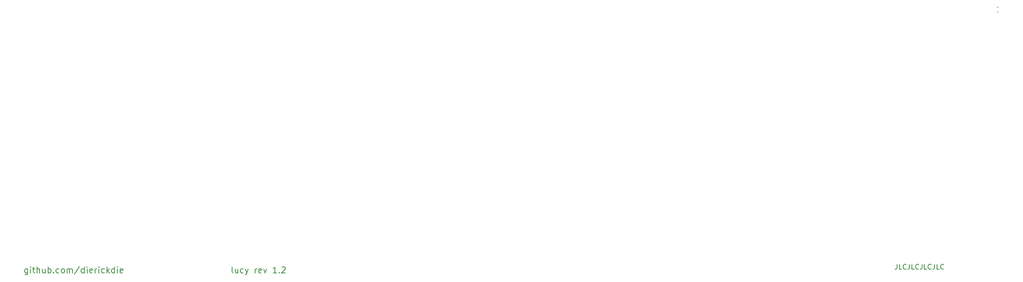
<source format=gbr>
G04 #@! TF.GenerationSoftware,KiCad,Pcbnew,(5.1.4-0)*
G04 #@! TF.CreationDate,2021-10-24T16:02:16-05:00*
G04 #@! TF.ProjectId,bottom_plate,626f7474-6f6d-45f7-906c-6174652e6b69,rev?*
G04 #@! TF.SameCoordinates,Original*
G04 #@! TF.FileFunction,Legend,Top*
G04 #@! TF.FilePolarity,Positive*
%FSLAX46Y46*%
G04 Gerber Fmt 4.6, Leading zero omitted, Abs format (unit mm)*
G04 Created by KiCad (PCBNEW (5.1.4-0)) date 2021-10-24 16:02:16*
%MOMM*%
%LPD*%
G04 APERTURE LIST*
%ADD10C,0.150000*%
%ADD11C,0.200000*%
%ADD12C,0.120000*%
G04 APERTURE END LIST*
D10*
X368073034Y-111954084D02*
X368073034Y-112668370D01*
X368025415Y-112811227D01*
X367930177Y-112906465D01*
X367787320Y-112954084D01*
X367692082Y-112954084D01*
X369025415Y-112954084D02*
X368549224Y-112954084D01*
X368549224Y-111954084D01*
X369930177Y-112858846D02*
X369882558Y-112906465D01*
X369739701Y-112954084D01*
X369644462Y-112954084D01*
X369501605Y-112906465D01*
X369406367Y-112811227D01*
X369358748Y-112715989D01*
X369311129Y-112525513D01*
X369311129Y-112382656D01*
X369358748Y-112192180D01*
X369406367Y-112096942D01*
X369501605Y-112001704D01*
X369644462Y-111954084D01*
X369739701Y-111954084D01*
X369882558Y-112001704D01*
X369930177Y-112049323D01*
X370644462Y-111954084D02*
X370644462Y-112668370D01*
X370596843Y-112811227D01*
X370501605Y-112906465D01*
X370358748Y-112954084D01*
X370263510Y-112954084D01*
X371596843Y-112954084D02*
X371120653Y-112954084D01*
X371120653Y-111954084D01*
X372501605Y-112858846D02*
X372453986Y-112906465D01*
X372311129Y-112954084D01*
X372215891Y-112954084D01*
X372073034Y-112906465D01*
X371977796Y-112811227D01*
X371930177Y-112715989D01*
X371882558Y-112525513D01*
X371882558Y-112382656D01*
X371930177Y-112192180D01*
X371977796Y-112096942D01*
X372073034Y-112001704D01*
X372215891Y-111954084D01*
X372311129Y-111954084D01*
X372453986Y-112001704D01*
X372501605Y-112049323D01*
X373215891Y-111954084D02*
X373215891Y-112668370D01*
X373168272Y-112811227D01*
X373073034Y-112906465D01*
X372930177Y-112954084D01*
X372834939Y-112954084D01*
X374168272Y-112954084D02*
X373692082Y-112954084D01*
X373692082Y-111954084D01*
X375073034Y-112858846D02*
X375025415Y-112906465D01*
X374882558Y-112954084D01*
X374787320Y-112954084D01*
X374644462Y-112906465D01*
X374549224Y-112811227D01*
X374501605Y-112715989D01*
X374453986Y-112525513D01*
X374453986Y-112382656D01*
X374501605Y-112192180D01*
X374549224Y-112096942D01*
X374644462Y-112001704D01*
X374787320Y-111954084D01*
X374882558Y-111954084D01*
X375025415Y-112001704D01*
X375073034Y-112049323D01*
X375787320Y-111954084D02*
X375787320Y-112668370D01*
X375739701Y-112811227D01*
X375644462Y-112906465D01*
X375501605Y-112954084D01*
X375406367Y-112954084D01*
X376739701Y-112954084D02*
X376263510Y-112954084D01*
X376263510Y-111954084D01*
X377644462Y-112858846D02*
X377596843Y-112906465D01*
X377453986Y-112954084D01*
X377358748Y-112954084D01*
X377215891Y-112906465D01*
X377120653Y-112811227D01*
X377073034Y-112715989D01*
X377025415Y-112525513D01*
X377025415Y-112382656D01*
X377073034Y-112192180D01*
X377120653Y-112096942D01*
X377215891Y-112001704D01*
X377358748Y-111954084D01*
X377453986Y-111954084D01*
X377596843Y-112001704D01*
X377644462Y-112049323D01*
D11*
X189208200Y-112868218D02*
X189208200Y-113880123D01*
X189148676Y-113999171D01*
X189089152Y-114058695D01*
X188970105Y-114118218D01*
X188791533Y-114118218D01*
X188672486Y-114058695D01*
X189208200Y-113642028D02*
X189089152Y-113701552D01*
X188851057Y-113701552D01*
X188732009Y-113642028D01*
X188672486Y-113582504D01*
X188612962Y-113463456D01*
X188612962Y-113106314D01*
X188672486Y-112987266D01*
X188732009Y-112927742D01*
X188851057Y-112868218D01*
X189089152Y-112868218D01*
X189208200Y-112927742D01*
X189803438Y-113701552D02*
X189803438Y-112868218D01*
X189803438Y-112451552D02*
X189743914Y-112511076D01*
X189803438Y-112570599D01*
X189862962Y-112511076D01*
X189803438Y-112451552D01*
X189803438Y-112570599D01*
X190220105Y-112868218D02*
X190696295Y-112868218D01*
X190398676Y-112451552D02*
X190398676Y-113522980D01*
X190458200Y-113642028D01*
X190577248Y-113701552D01*
X190696295Y-113701552D01*
X191112962Y-113701552D02*
X191112962Y-112451552D01*
X191648676Y-113701552D02*
X191648676Y-113046790D01*
X191589152Y-112927742D01*
X191470105Y-112868218D01*
X191291533Y-112868218D01*
X191172486Y-112927742D01*
X191112962Y-112987266D01*
X192779628Y-112868218D02*
X192779628Y-113701552D01*
X192243914Y-112868218D02*
X192243914Y-113522980D01*
X192303438Y-113642028D01*
X192422486Y-113701552D01*
X192601057Y-113701552D01*
X192720105Y-113642028D01*
X192779628Y-113582504D01*
X193374867Y-113701552D02*
X193374867Y-112451552D01*
X193374867Y-112927742D02*
X193493914Y-112868218D01*
X193732009Y-112868218D01*
X193851057Y-112927742D01*
X193910581Y-112987266D01*
X193970105Y-113106314D01*
X193970105Y-113463456D01*
X193910581Y-113582504D01*
X193851057Y-113642028D01*
X193732009Y-113701552D01*
X193493914Y-113701552D01*
X193374867Y-113642028D01*
X194505819Y-113582504D02*
X194565343Y-113642028D01*
X194505819Y-113701552D01*
X194446295Y-113642028D01*
X194505819Y-113582504D01*
X194505819Y-113701552D01*
X195636771Y-113642028D02*
X195517724Y-113701552D01*
X195279628Y-113701552D01*
X195160581Y-113642028D01*
X195101057Y-113582504D01*
X195041533Y-113463456D01*
X195041533Y-113106314D01*
X195101057Y-112987266D01*
X195160581Y-112927742D01*
X195279628Y-112868218D01*
X195517724Y-112868218D01*
X195636771Y-112927742D01*
X196351057Y-113701552D02*
X196232009Y-113642028D01*
X196172486Y-113582504D01*
X196112962Y-113463456D01*
X196112962Y-113106314D01*
X196172486Y-112987266D01*
X196232009Y-112927742D01*
X196351057Y-112868218D01*
X196529628Y-112868218D01*
X196648676Y-112927742D01*
X196708200Y-112987266D01*
X196767724Y-113106314D01*
X196767724Y-113463456D01*
X196708200Y-113582504D01*
X196648676Y-113642028D01*
X196529628Y-113701552D01*
X196351057Y-113701552D01*
X197303438Y-113701552D02*
X197303438Y-112868218D01*
X197303438Y-112987266D02*
X197362962Y-112927742D01*
X197482009Y-112868218D01*
X197660581Y-112868218D01*
X197779628Y-112927742D01*
X197839152Y-113046790D01*
X197839152Y-113701552D01*
X197839152Y-113046790D02*
X197898676Y-112927742D01*
X198017724Y-112868218D01*
X198196295Y-112868218D01*
X198315343Y-112927742D01*
X198374867Y-113046790D01*
X198374867Y-113701552D01*
X199862962Y-112392028D02*
X198791533Y-113999171D01*
X200815343Y-113701552D02*
X200815343Y-112451552D01*
X200815343Y-113642028D02*
X200696295Y-113701552D01*
X200458200Y-113701552D01*
X200339152Y-113642028D01*
X200279628Y-113582504D01*
X200220105Y-113463456D01*
X200220105Y-113106314D01*
X200279628Y-112987266D01*
X200339152Y-112927742D01*
X200458200Y-112868218D01*
X200696295Y-112868218D01*
X200815343Y-112927742D01*
X201410581Y-113701552D02*
X201410581Y-112868218D01*
X201410581Y-112451552D02*
X201351057Y-112511076D01*
X201410581Y-112570599D01*
X201470105Y-112511076D01*
X201410581Y-112451552D01*
X201410581Y-112570599D01*
X202482009Y-113642028D02*
X202362962Y-113701552D01*
X202124867Y-113701552D01*
X202005819Y-113642028D01*
X201946295Y-113522980D01*
X201946295Y-113046790D01*
X202005819Y-112927742D01*
X202124867Y-112868218D01*
X202362962Y-112868218D01*
X202482009Y-112927742D01*
X202541533Y-113046790D01*
X202541533Y-113165837D01*
X201946295Y-113284885D01*
X203077248Y-113701552D02*
X203077248Y-112868218D01*
X203077248Y-113106314D02*
X203136771Y-112987266D01*
X203196295Y-112927742D01*
X203315343Y-112868218D01*
X203434390Y-112868218D01*
X203851057Y-113701552D02*
X203851057Y-112868218D01*
X203851057Y-112451552D02*
X203791533Y-112511076D01*
X203851057Y-112570599D01*
X203910581Y-112511076D01*
X203851057Y-112451552D01*
X203851057Y-112570599D01*
X204982009Y-113642028D02*
X204862962Y-113701552D01*
X204624867Y-113701552D01*
X204505819Y-113642028D01*
X204446295Y-113582504D01*
X204386771Y-113463456D01*
X204386771Y-113106314D01*
X204446295Y-112987266D01*
X204505819Y-112927742D01*
X204624867Y-112868218D01*
X204862962Y-112868218D01*
X204982009Y-112927742D01*
X205517724Y-113701552D02*
X205517724Y-112451552D01*
X205636771Y-113225361D02*
X205993914Y-113701552D01*
X205993914Y-112868218D02*
X205517724Y-113344409D01*
X207065343Y-113701552D02*
X207065343Y-112451552D01*
X207065343Y-113642028D02*
X206946295Y-113701552D01*
X206708200Y-113701552D01*
X206589152Y-113642028D01*
X206529628Y-113582504D01*
X206470105Y-113463456D01*
X206470105Y-113106314D01*
X206529628Y-112987266D01*
X206589152Y-112927742D01*
X206708200Y-112868218D01*
X206946295Y-112868218D01*
X207065343Y-112927742D01*
X207660581Y-113701552D02*
X207660581Y-112868218D01*
X207660581Y-112451552D02*
X207601057Y-112511076D01*
X207660581Y-112570599D01*
X207720105Y-112511076D01*
X207660581Y-112451552D01*
X207660581Y-112570599D01*
X208732009Y-113642028D02*
X208612962Y-113701552D01*
X208374867Y-113701552D01*
X208255819Y-113642028D01*
X208196295Y-113522980D01*
X208196295Y-113046790D01*
X208255819Y-112927742D01*
X208374867Y-112868218D01*
X208612962Y-112868218D01*
X208732009Y-112927742D01*
X208791533Y-113046790D01*
X208791533Y-113165837D01*
X208196295Y-113284885D01*
X231434290Y-113701552D02*
X231315243Y-113642028D01*
X231255719Y-113522980D01*
X231255719Y-112451552D01*
X232446195Y-112868218D02*
X232446195Y-113701552D01*
X231910481Y-112868218D02*
X231910481Y-113522980D01*
X231970005Y-113642028D01*
X232089052Y-113701552D01*
X232267624Y-113701552D01*
X232386671Y-113642028D01*
X232446195Y-113582504D01*
X233577148Y-113642028D02*
X233458100Y-113701552D01*
X233220005Y-113701552D01*
X233100957Y-113642028D01*
X233041433Y-113582504D01*
X232981909Y-113463456D01*
X232981909Y-113106314D01*
X233041433Y-112987266D01*
X233100957Y-112927742D01*
X233220005Y-112868218D01*
X233458100Y-112868218D01*
X233577148Y-112927742D01*
X233993814Y-112868218D02*
X234291433Y-113701552D01*
X234589052Y-112868218D02*
X234291433Y-113701552D01*
X234172386Y-113999171D01*
X234112862Y-114058695D01*
X233993814Y-114118218D01*
X236017624Y-113701552D02*
X236017624Y-112868218D01*
X236017624Y-113106314D02*
X236077148Y-112987266D01*
X236136671Y-112927742D01*
X236255719Y-112868218D01*
X236374767Y-112868218D01*
X237267624Y-113642028D02*
X237148576Y-113701552D01*
X236910481Y-113701552D01*
X236791433Y-113642028D01*
X236731909Y-113522980D01*
X236731909Y-113046790D01*
X236791433Y-112927742D01*
X236910481Y-112868218D01*
X237148576Y-112868218D01*
X237267624Y-112927742D01*
X237327148Y-113046790D01*
X237327148Y-113165837D01*
X236731909Y-113284885D01*
X237743814Y-112868218D02*
X238041433Y-113701552D01*
X238339052Y-112868218D01*
X240422386Y-113701552D02*
X239708100Y-113701552D01*
X240065243Y-113701552D02*
X240065243Y-112451552D01*
X239946195Y-112630123D01*
X239827148Y-112749171D01*
X239708100Y-112808695D01*
X240958100Y-113582504D02*
X241017624Y-113642028D01*
X240958100Y-113701552D01*
X240898576Y-113642028D01*
X240958100Y-113582504D01*
X240958100Y-113701552D01*
X241493814Y-112570599D02*
X241553338Y-112511076D01*
X241672386Y-112451552D01*
X241970005Y-112451552D01*
X242089052Y-112511076D01*
X242148576Y-112570599D01*
X242208100Y-112689647D01*
X242208100Y-112808695D01*
X242148576Y-112987266D01*
X241434290Y-113701552D01*
X242208100Y-113701552D01*
D12*
X388594422Y-60028904D02*
X388936956Y-60028904D01*
X388594422Y-59008904D02*
X388936956Y-59008904D01*
M02*

</source>
